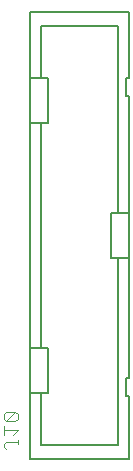
<source format=gbr>
G04 EAGLE Gerber RS-274X export*
G75*
%MOMM*%
%FSLAX34Y34*%
%LPD*%
%INSilkscreen Bottom*%
%IPPOS*%
%AMOC8*
5,1,8,0,0,1.08239X$1,22.5*%
G01*
%ADD10C,0.203200*%
%ADD11C,0.101600*%


D10*
X1697900Y379400D02*
X1697900Y323630D01*
X1697900Y285970D01*
X1697900Y95030D01*
X1697900Y57370D01*
X1697900Y1600D01*
X1781900Y1600D01*
X1781900Y54920D01*
X1778900Y54920D01*
X1778900Y69710D01*
X1781900Y69710D01*
X1781900Y171670D01*
X1766400Y171670D01*
X1766400Y209330D01*
X1781900Y209330D01*
X1781900Y171670D01*
X1781900Y209330D02*
X1781900Y308920D01*
X1781900Y323710D02*
X1781900Y379400D01*
X1697900Y379400D01*
X1707150Y368150D02*
X1707150Y323700D01*
X1707150Y285950D02*
X1707150Y95050D01*
X1707150Y57300D02*
X1707150Y12850D01*
X1772650Y12850D01*
X1772650Y171670D01*
X1772650Y209330D02*
X1772650Y368150D01*
X1707150Y368150D01*
X1778900Y308920D02*
X1781900Y308920D01*
X1778900Y308920D02*
X1778900Y323710D01*
X1781900Y323710D01*
X1713400Y323630D02*
X1697900Y323630D01*
X1713400Y323630D02*
X1713400Y285970D01*
X1697900Y285970D01*
X1697900Y95030D02*
X1713400Y95030D01*
X1713400Y57370D01*
X1697900Y57370D01*
D11*
X1675638Y11825D02*
X1677587Y9876D01*
X1675638Y11825D02*
X1675638Y13774D01*
X1677587Y15723D01*
X1687332Y15723D01*
X1687332Y13774D02*
X1687332Y17672D01*
X1683434Y21570D02*
X1687332Y25468D01*
X1675638Y25468D01*
X1675638Y21570D02*
X1675638Y29366D01*
X1677587Y33264D02*
X1685383Y33264D01*
X1687332Y35213D01*
X1687332Y39111D01*
X1685383Y41060D01*
X1677587Y41060D01*
X1675638Y39111D01*
X1675638Y35213D01*
X1677587Y33264D01*
X1685383Y41060D01*
M02*

</source>
